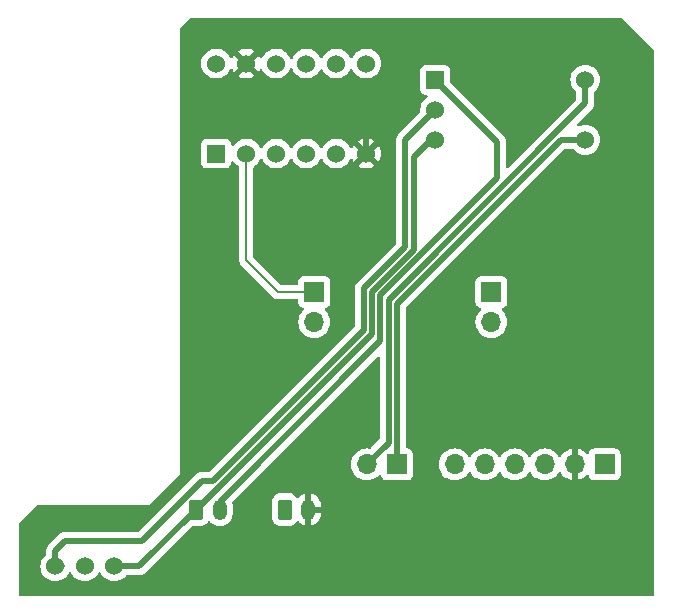
<source format=gbr>
%TF.GenerationSoftware,KiCad,Pcbnew,8.0.6*%
%TF.CreationDate,2024-12-12T22:55:36+09:00*%
%TF.ProjectId,basic_motor,62617369-635f-46d6-9f74-6f722e6b6963,rev?*%
%TF.SameCoordinates,Original*%
%TF.FileFunction,Copper,L2,Bot*%
%TF.FilePolarity,Positive*%
%FSLAX46Y46*%
G04 Gerber Fmt 4.6, Leading zero omitted, Abs format (unit mm)*
G04 Created by KiCad (PCBNEW 8.0.6) date 2024-12-12 22:55:36*
%MOMM*%
%LPD*%
G01*
G04 APERTURE LIST*
G04 Aperture macros list*
%AMRoundRect*
0 Rectangle with rounded corners*
0 $1 Rounding radius*
0 $2 $3 $4 $5 $6 $7 $8 $9 X,Y pos of 4 corners*
0 Add a 4 corners polygon primitive as box body*
4,1,4,$2,$3,$4,$5,$6,$7,$8,$9,$2,$3,0*
0 Add four circle primitives for the rounded corners*
1,1,$1+$1,$2,$3*
1,1,$1+$1,$4,$5*
1,1,$1+$1,$6,$7*
1,1,$1+$1,$8,$9*
0 Add four rect primitives between the rounded corners*
20,1,$1+$1,$2,$3,$4,$5,0*
20,1,$1+$1,$4,$5,$6,$7,0*
20,1,$1+$1,$6,$7,$8,$9,0*
20,1,$1+$1,$8,$9,$2,$3,0*%
G04 Aperture macros list end*
%TA.AperFunction,ComponentPad*%
%ADD10R,1.700000X1.700000*%
%TD*%
%TA.AperFunction,ComponentPad*%
%ADD11O,1.700000X1.700000*%
%TD*%
%TA.AperFunction,ComponentPad*%
%ADD12R,1.524000X1.524000*%
%TD*%
%TA.AperFunction,ComponentPad*%
%ADD13C,1.524000*%
%TD*%
%TA.AperFunction,ComponentPad*%
%ADD14RoundRect,0.250000X-0.350000X-0.625000X0.350000X-0.625000X0.350000X0.625000X-0.350000X0.625000X0*%
%TD*%
%TA.AperFunction,ComponentPad*%
%ADD15O,1.200000X1.750000*%
%TD*%
%TA.AperFunction,ViaPad*%
%ADD16C,0.500000*%
%TD*%
%TA.AperFunction,Conductor*%
%ADD17C,0.500000*%
%TD*%
%TA.AperFunction,Conductor*%
%ADD18C,0.200000*%
%TD*%
G04 APERTURE END LIST*
D10*
%TO.P,J3,1,Pin_1*%
%TO.N,/OUT_5v*%
X144500000Y-88325000D03*
D11*
%TO.P,J3,2,Pin_2*%
%TO.N,/OUT_GND*%
X141960000Y-88325000D03*
%TD*%
D12*
%TO.P,U2,1,VM*%
%TO.N,/BATE*%
X129200000Y-62000000D03*
D13*
%TO.P,U2,2,AOUT1*%
%TO.N,/AOUT1*%
X131740000Y-62000000D03*
%TO.P,U2,3,AOUT2*%
%TO.N,/AOUT2*%
X134280000Y-62000000D03*
%TO.P,U2,4,BOUT1*%
%TO.N,/BOUT1*%
X136820000Y-62000000D03*
%TO.P,U2,5,BOUT2*%
%TO.N,/BOUT2*%
X139360000Y-62000000D03*
%TO.P,U2,6,GND*%
%TO.N,/GND*%
X141900000Y-62000000D03*
%TO.P,U2,7,VCC*%
%TO.N,/3.3v*%
X129200000Y-54380000D03*
%TO.P,U2,8,MODE*%
%TO.N,/GND*%
X131740000Y-54380000D03*
%TO.P,U2,9,AIN1*%
%TO.N,/AIN1*%
X134260000Y-54380000D03*
%TO.P,U2,10,AIN2*%
%TO.N,/AIN2*%
X136830000Y-54380000D03*
%TO.P,U2,11,BIN1*%
%TO.N,/BIN1*%
X139360000Y-54380000D03*
%TO.P,U2,12,BIN2*%
%TO.N,/BIN2*%
X141890000Y-54380000D03*
%TD*%
D12*
%TO.P,U1,1,GND*%
%TO.N,/IN_GND*%
X147750000Y-55760000D03*
D13*
%TO.P,U1,2,EN*%
%TO.N,Net-(U1-EN)*%
X147750000Y-58300000D03*
%TO.P,U1,3,VIN*%
%TO.N,/IN_5v*%
X147750000Y-60840000D03*
%TO.P,U1,4,GND*%
%TO.N,/OUT_GND*%
X160450000Y-55760000D03*
%TO.P,U1,5,VOUT*%
%TO.N,/OUT_5v*%
X160450000Y-60840000D03*
%TD*%
D10*
%TO.P,J5,1,Pin_1*%
%TO.N,/AOUT1*%
X137500000Y-73725000D03*
D11*
%TO.P,J5,2,Pin_2*%
%TO.N,/AOUT2*%
X137500000Y-76265000D03*
%TD*%
D13*
%TO.P,SW1,1*%
%TO.N,Net-(U1-EN)*%
X115570000Y-96960000D03*
%TO.P,SW1,2*%
%TO.N,/IN_5v*%
X120560000Y-96960000D03*
%TO.P,SW1,3*%
%TO.N,N/C*%
X118060000Y-96960000D03*
%TD*%
D14*
%TO.P,J2,1,Pin_1*%
%TO.N,/IN_5v*%
X127500000Y-92150000D03*
D15*
%TO.P,J2,2,Pin_2*%
%TO.N,/IN_GND*%
X129500000Y-92150000D03*
%TD*%
D10*
%TO.P,J4,1,Pin_1*%
%TO.N,/3.3v*%
X162080000Y-88325000D03*
D11*
%TO.P,J4,2,Pin_2*%
%TO.N,/GND*%
X159540000Y-88325000D03*
%TO.P,J4,3,Pin_3*%
%TO.N,/AIN1*%
X157000000Y-88325000D03*
%TO.P,J4,4,Pin_4*%
%TO.N,/AIN2*%
X154460000Y-88325000D03*
%TO.P,J4,5,Pin_5*%
%TO.N,/BIN1*%
X151920000Y-88325000D03*
%TO.P,J4,6,Pin_6*%
%TO.N,/BIN2*%
X149380000Y-88325000D03*
%TD*%
D14*
%TO.P,J1,1,Pin_1*%
%TO.N,/BATE*%
X135000000Y-92150000D03*
D15*
%TO.P,J1,2,Pin_2*%
%TO.N,/GND*%
X137000000Y-92150000D03*
%TD*%
D10*
%TO.P,J6,1,Pin_1*%
%TO.N,/BOUT1*%
X152500000Y-73725000D03*
D11*
%TO.P,J6,2,Pin_2*%
%TO.N,/BOUT2*%
X152500000Y-76265000D03*
%TD*%
D16*
%TO.N,/GND*%
X132800000Y-66500000D03*
%TD*%
D17*
%TO.N,/GND*%
X140400000Y-55900000D02*
X133260000Y-55900000D01*
X141900000Y-57400000D02*
X140400000Y-55900000D01*
X133260000Y-55900000D02*
X131740000Y-54380000D01*
X141900000Y-62000000D02*
X141900000Y-57400000D01*
X134500000Y-64800000D02*
X139100000Y-64800000D01*
X139100000Y-64800000D02*
X141900000Y-62000000D01*
X132800000Y-66500000D02*
X134500000Y-64800000D01*
%TO.N,/IN_5v*%
X145910050Y-62289950D02*
X147360000Y-60840000D01*
X142400000Y-77250000D02*
X142400000Y-73710050D01*
X127500000Y-92150000D02*
X142400000Y-77250000D01*
X127500000Y-92150000D02*
X122690000Y-96960000D01*
X147360000Y-60840000D02*
X147750000Y-60840000D01*
X145910050Y-70199999D02*
X145910050Y-62289950D01*
X142400000Y-73710050D02*
X145910050Y-70199999D01*
X122690000Y-96960000D02*
X120560000Y-96960000D01*
%TO.N,/IN_GND*%
X129500000Y-92150000D02*
X129500000Y-91500000D01*
X143100000Y-77900000D02*
X143100000Y-74000000D01*
X129500000Y-91500000D02*
X143100000Y-77900000D01*
X153000000Y-64100000D02*
X153000000Y-61010000D01*
X143100000Y-74000000D02*
X153000000Y-64100000D01*
X153000000Y-61010000D02*
X147750000Y-55760000D01*
%TO.N,/OUT_5v*%
X144500000Y-74700000D02*
X144500000Y-88325000D01*
X160450000Y-60840000D02*
X158360000Y-60840000D01*
X158360000Y-60840000D02*
X144500000Y-74700000D01*
%TO.N,/OUT_GND*%
X160450000Y-57760050D02*
X160450000Y-55760000D01*
X143800000Y-74410050D02*
X160450000Y-57760050D01*
X141960000Y-88325000D02*
X143800000Y-86485000D01*
X143800000Y-86485000D02*
X143800000Y-74410050D01*
D18*
%TO.N,/AOUT1*%
X134425000Y-73725000D02*
X137500000Y-73725000D01*
X131740000Y-71040000D02*
X134425000Y-73725000D01*
X131740000Y-62000000D02*
X131740000Y-71040000D01*
D17*
%TO.N,Net-(U1-EN)*%
X127978122Y-89700000D02*
X128960050Y-89700000D01*
X128960050Y-89700000D02*
X141700000Y-76960050D01*
X145210050Y-60839950D02*
X147750000Y-58300000D01*
X115570000Y-96960000D02*
X116140000Y-96960000D01*
X145210050Y-69910050D02*
X145210050Y-60839950D01*
X122878122Y-94800000D02*
X127978122Y-89700000D01*
X141700000Y-73420100D02*
X145210050Y-69910050D01*
X115570000Y-95630000D02*
X116400000Y-94800000D01*
X115570000Y-96960000D02*
X115570000Y-95630000D01*
X116400000Y-94800000D02*
X122878122Y-94800000D01*
X141700000Y-76960050D02*
X141700000Y-73420100D01*
%TD*%
%TA.AperFunction,Conductor*%
%TO.N,/GND*%
G36*
X163516177Y-50520185D02*
G01*
X163536819Y-50536819D01*
X166263681Y-53263681D01*
X166297166Y-53325004D01*
X166300000Y-53351362D01*
X166300000Y-99375500D01*
X166280315Y-99442539D01*
X166227511Y-99488294D01*
X166176000Y-99499500D01*
X112624000Y-99499500D01*
X112556961Y-99479815D01*
X112511206Y-99427011D01*
X112500000Y-99375500D01*
X112500000Y-96960002D01*
X114302677Y-96960002D01*
X114321929Y-97180062D01*
X114321930Y-97180070D01*
X114379104Y-97393445D01*
X114379105Y-97393447D01*
X114379106Y-97393450D01*
X114432382Y-97507701D01*
X114472466Y-97593662D01*
X114472468Y-97593666D01*
X114599170Y-97774615D01*
X114599175Y-97774621D01*
X114755378Y-97930824D01*
X114755384Y-97930829D01*
X114936333Y-98057531D01*
X114936335Y-98057532D01*
X114936338Y-98057534D01*
X115136550Y-98150894D01*
X115349932Y-98208070D01*
X115507123Y-98221822D01*
X115569998Y-98227323D01*
X115570000Y-98227323D01*
X115570002Y-98227323D01*
X115625017Y-98222509D01*
X115790068Y-98208070D01*
X116003450Y-98150894D01*
X116203662Y-98057534D01*
X116384620Y-97930826D01*
X116540826Y-97774620D01*
X116667534Y-97593662D01*
X116702618Y-97518424D01*
X116748790Y-97465984D01*
X116815983Y-97446832D01*
X116882865Y-97467048D01*
X116927382Y-97518424D01*
X116962464Y-97593658D01*
X116962468Y-97593666D01*
X117089170Y-97774615D01*
X117089175Y-97774621D01*
X117245378Y-97930824D01*
X117245384Y-97930829D01*
X117426333Y-98057531D01*
X117426335Y-98057532D01*
X117426338Y-98057534D01*
X117626550Y-98150894D01*
X117839932Y-98208070D01*
X117997123Y-98221822D01*
X118059998Y-98227323D01*
X118060000Y-98227323D01*
X118060002Y-98227323D01*
X118115017Y-98222509D01*
X118280068Y-98208070D01*
X118493450Y-98150894D01*
X118693662Y-98057534D01*
X118874620Y-97930826D01*
X119030826Y-97774620D01*
X119157534Y-97593662D01*
X119197618Y-97507700D01*
X119243790Y-97455261D01*
X119310983Y-97436109D01*
X119377864Y-97456324D01*
X119422382Y-97507701D01*
X119462464Y-97593658D01*
X119462468Y-97593666D01*
X119589170Y-97774615D01*
X119589175Y-97774621D01*
X119745378Y-97930824D01*
X119745384Y-97930829D01*
X119926333Y-98057531D01*
X119926335Y-98057532D01*
X119926338Y-98057534D01*
X120126550Y-98150894D01*
X120339932Y-98208070D01*
X120497123Y-98221822D01*
X120559998Y-98227323D01*
X120560000Y-98227323D01*
X120560002Y-98227323D01*
X120615017Y-98222509D01*
X120780068Y-98208070D01*
X120993450Y-98150894D01*
X121193662Y-98057534D01*
X121374620Y-97930826D01*
X121530826Y-97774620D01*
X121531603Y-97773509D01*
X121538700Y-97763376D01*
X121593277Y-97719751D01*
X121640274Y-97710500D01*
X122763920Y-97710500D01*
X122861462Y-97691096D01*
X122908913Y-97681658D01*
X123045495Y-97625084D01*
X123094729Y-97592186D01*
X123168416Y-97542952D01*
X127149548Y-93561817D01*
X127210871Y-93528333D01*
X127237229Y-93525499D01*
X127900002Y-93525499D01*
X127900008Y-93525499D01*
X128002797Y-93514999D01*
X128169334Y-93459814D01*
X128318656Y-93367712D01*
X128442712Y-93243656D01*
X128482310Y-93179456D01*
X128534258Y-93132732D01*
X128603220Y-93121509D01*
X128667303Y-93149352D01*
X128675530Y-93156872D01*
X128783072Y-93264414D01*
X128923212Y-93366232D01*
X129077555Y-93444873D01*
X129242299Y-93498402D01*
X129413389Y-93525500D01*
X129413390Y-93525500D01*
X129586610Y-93525500D01*
X129586611Y-93525500D01*
X129757701Y-93498402D01*
X129922445Y-93444873D01*
X130076788Y-93366232D01*
X130216928Y-93264414D01*
X130339414Y-93141928D01*
X130441232Y-93001788D01*
X130519873Y-92847445D01*
X130527166Y-92825001D01*
X133899500Y-92825001D01*
X133899501Y-92825018D01*
X133910000Y-92927796D01*
X133910001Y-92927799D01*
X133965185Y-93094331D01*
X133965187Y-93094336D01*
X133988600Y-93132294D01*
X134057288Y-93243656D01*
X134181344Y-93367712D01*
X134330666Y-93459814D01*
X134497203Y-93514999D01*
X134599991Y-93525500D01*
X135400008Y-93525499D01*
X135400016Y-93525498D01*
X135400019Y-93525498D01*
X135456302Y-93519748D01*
X135502797Y-93514999D01*
X135669334Y-93459814D01*
X135818656Y-93367712D01*
X135942712Y-93243656D01*
X135982581Y-93179016D01*
X136034525Y-93132294D01*
X136103488Y-93121071D01*
X136167570Y-93148914D01*
X136175799Y-93156434D01*
X136283397Y-93264032D01*
X136423475Y-93365804D01*
X136577744Y-93444408D01*
X136742415Y-93497914D01*
X136742414Y-93497914D01*
X136749999Y-93499115D01*
X136750000Y-93499114D01*
X136750000Y-92430330D01*
X136769745Y-92450075D01*
X136855255Y-92499444D01*
X136950630Y-92525000D01*
X137049370Y-92525000D01*
X137144745Y-92499444D01*
X137230255Y-92450075D01*
X137250000Y-92430330D01*
X137250000Y-93499115D01*
X137257584Y-93497914D01*
X137422255Y-93444408D01*
X137576524Y-93365804D01*
X137716602Y-93264032D01*
X137839032Y-93141602D01*
X137940804Y-93001524D01*
X138019408Y-92847257D01*
X138072914Y-92682584D01*
X138100000Y-92511571D01*
X138100000Y-92400000D01*
X137280330Y-92400000D01*
X137300075Y-92380255D01*
X137349444Y-92294745D01*
X137375000Y-92199370D01*
X137375000Y-92100630D01*
X137349444Y-92005255D01*
X137300075Y-91919745D01*
X137280330Y-91900000D01*
X138100000Y-91900000D01*
X138100000Y-91788428D01*
X138072914Y-91617415D01*
X138019408Y-91452742D01*
X137940804Y-91298475D01*
X137839032Y-91158397D01*
X137716602Y-91035967D01*
X137576524Y-90934195D01*
X137422257Y-90855591D01*
X137257589Y-90802087D01*
X137257581Y-90802085D01*
X137250000Y-90800884D01*
X137250000Y-91869670D01*
X137230255Y-91849925D01*
X137144745Y-91800556D01*
X137049370Y-91775000D01*
X136950630Y-91775000D01*
X136855255Y-91800556D01*
X136769745Y-91849925D01*
X136750000Y-91869670D01*
X136750000Y-90800884D01*
X136749999Y-90800884D01*
X136742418Y-90802085D01*
X136742410Y-90802087D01*
X136577742Y-90855591D01*
X136423475Y-90934195D01*
X136283401Y-91035964D01*
X136175799Y-91143566D01*
X136114476Y-91177050D01*
X136044784Y-91172066D01*
X135988851Y-91130194D01*
X135982585Y-91120988D01*
X135942712Y-91056344D01*
X135818656Y-90932288D01*
X135669334Y-90840186D01*
X135502797Y-90785001D01*
X135502795Y-90785000D01*
X135400010Y-90774500D01*
X134599998Y-90774500D01*
X134599980Y-90774501D01*
X134497203Y-90785000D01*
X134497200Y-90785001D01*
X134330668Y-90840185D01*
X134330663Y-90840187D01*
X134181342Y-90932289D01*
X134057289Y-91056342D01*
X133965187Y-91205663D01*
X133965186Y-91205666D01*
X133910001Y-91372203D01*
X133910001Y-91372204D01*
X133910000Y-91372204D01*
X133899500Y-91474983D01*
X133899500Y-92825001D01*
X130527166Y-92825001D01*
X130573402Y-92682701D01*
X130600500Y-92511611D01*
X130600500Y-91788389D01*
X130573402Y-91617299D01*
X130565164Y-91591948D01*
X130563170Y-91522110D01*
X130595413Y-91465953D01*
X142837819Y-79223548D01*
X142899142Y-79190063D01*
X142968834Y-79195047D01*
X143024767Y-79236919D01*
X143049184Y-79302383D01*
X143049500Y-79311229D01*
X143049500Y-86122769D01*
X143029815Y-86189808D01*
X143013181Y-86210450D01*
X142271500Y-86952130D01*
X142210177Y-86985615D01*
X142173012Y-86987977D01*
X141960002Y-86969341D01*
X141959999Y-86969341D01*
X141724596Y-86989936D01*
X141724586Y-86989938D01*
X141496344Y-87051094D01*
X141496335Y-87051098D01*
X141282171Y-87150964D01*
X141282169Y-87150965D01*
X141088597Y-87286505D01*
X140921505Y-87453597D01*
X140785965Y-87647169D01*
X140785964Y-87647171D01*
X140686098Y-87861335D01*
X140686094Y-87861344D01*
X140624938Y-88089586D01*
X140624936Y-88089596D01*
X140604341Y-88324999D01*
X140604341Y-88325000D01*
X140624936Y-88560403D01*
X140624938Y-88560413D01*
X140686094Y-88788655D01*
X140686096Y-88788659D01*
X140686097Y-88788663D01*
X140780500Y-88991110D01*
X140785965Y-89002830D01*
X140785967Y-89002834D01*
X140865941Y-89117048D01*
X140921505Y-89196401D01*
X141088599Y-89363495D01*
X141185384Y-89431265D01*
X141282165Y-89499032D01*
X141282167Y-89499033D01*
X141282170Y-89499035D01*
X141496337Y-89598903D01*
X141724592Y-89660063D01*
X141901034Y-89675500D01*
X141959999Y-89680659D01*
X141960000Y-89680659D01*
X141960001Y-89680659D01*
X142018966Y-89675500D01*
X142195408Y-89660063D01*
X142423663Y-89598903D01*
X142637830Y-89499035D01*
X142831401Y-89363495D01*
X142953329Y-89241566D01*
X143014648Y-89208084D01*
X143084340Y-89213068D01*
X143140274Y-89254939D01*
X143157189Y-89285917D01*
X143206202Y-89417328D01*
X143206206Y-89417335D01*
X143292452Y-89532544D01*
X143292455Y-89532547D01*
X143407664Y-89618793D01*
X143407671Y-89618797D01*
X143542517Y-89669091D01*
X143542516Y-89669091D01*
X143549444Y-89669835D01*
X143602127Y-89675500D01*
X145397872Y-89675499D01*
X145457483Y-89669091D01*
X145592331Y-89618796D01*
X145707546Y-89532546D01*
X145793796Y-89417331D01*
X145844091Y-89282483D01*
X145850500Y-89222873D01*
X145850499Y-88325000D01*
X148024341Y-88325000D01*
X148044936Y-88560403D01*
X148044938Y-88560413D01*
X148106094Y-88788655D01*
X148106096Y-88788659D01*
X148106097Y-88788663D01*
X148200500Y-88991110D01*
X148205965Y-89002830D01*
X148205967Y-89002834D01*
X148285941Y-89117048D01*
X148341505Y-89196401D01*
X148508599Y-89363495D01*
X148605384Y-89431265D01*
X148702165Y-89499032D01*
X148702167Y-89499033D01*
X148702170Y-89499035D01*
X148916337Y-89598903D01*
X149144592Y-89660063D01*
X149321034Y-89675500D01*
X149379999Y-89680659D01*
X149380000Y-89680659D01*
X149380001Y-89680659D01*
X149438966Y-89675500D01*
X149615408Y-89660063D01*
X149843663Y-89598903D01*
X150057830Y-89499035D01*
X150251401Y-89363495D01*
X150418495Y-89196401D01*
X150548425Y-89010842D01*
X150603002Y-88967217D01*
X150672500Y-88960023D01*
X150734855Y-88991546D01*
X150751575Y-89010842D01*
X150881500Y-89196395D01*
X150881505Y-89196401D01*
X151048599Y-89363495D01*
X151145384Y-89431265D01*
X151242165Y-89499032D01*
X151242167Y-89499033D01*
X151242170Y-89499035D01*
X151456337Y-89598903D01*
X151684592Y-89660063D01*
X151861034Y-89675500D01*
X151919999Y-89680659D01*
X151920000Y-89680659D01*
X151920001Y-89680659D01*
X151978966Y-89675500D01*
X152155408Y-89660063D01*
X152383663Y-89598903D01*
X152597830Y-89499035D01*
X152791401Y-89363495D01*
X152958495Y-89196401D01*
X153088425Y-89010842D01*
X153143002Y-88967217D01*
X153212500Y-88960023D01*
X153274855Y-88991546D01*
X153291575Y-89010842D01*
X153421500Y-89196395D01*
X153421505Y-89196401D01*
X153588599Y-89363495D01*
X153685384Y-89431265D01*
X153782165Y-89499032D01*
X153782167Y-89499033D01*
X153782170Y-89499035D01*
X153996337Y-89598903D01*
X154224592Y-89660063D01*
X154401034Y-89675500D01*
X154459999Y-89680659D01*
X154460000Y-89680659D01*
X154460001Y-89680659D01*
X154518966Y-89675500D01*
X154695408Y-89660063D01*
X154923663Y-89598903D01*
X155137830Y-89499035D01*
X155331401Y-89363495D01*
X155498495Y-89196401D01*
X155628425Y-89010842D01*
X155683002Y-88967217D01*
X155752500Y-88960023D01*
X155814855Y-88991546D01*
X155831575Y-89010842D01*
X155961500Y-89196395D01*
X155961505Y-89196401D01*
X156128599Y-89363495D01*
X156225384Y-89431265D01*
X156322165Y-89499032D01*
X156322167Y-89499033D01*
X156322170Y-89499035D01*
X156536337Y-89598903D01*
X156764592Y-89660063D01*
X156941034Y-89675500D01*
X156999999Y-89680659D01*
X157000000Y-89680659D01*
X157000001Y-89680659D01*
X157058966Y-89675500D01*
X157235408Y-89660063D01*
X157463663Y-89598903D01*
X157677830Y-89499035D01*
X157871401Y-89363495D01*
X158038495Y-89196401D01*
X158168730Y-89010405D01*
X158223307Y-88966781D01*
X158292805Y-88959587D01*
X158355160Y-88991110D01*
X158371879Y-89010405D01*
X158501890Y-89196078D01*
X158668917Y-89363105D01*
X158862421Y-89498600D01*
X159076507Y-89598429D01*
X159076516Y-89598433D01*
X159290000Y-89655634D01*
X159290000Y-88758012D01*
X159347007Y-88790925D01*
X159474174Y-88825000D01*
X159605826Y-88825000D01*
X159732993Y-88790925D01*
X159790000Y-88758012D01*
X159790000Y-89655633D01*
X160003483Y-89598433D01*
X160003492Y-89598429D01*
X160217578Y-89498600D01*
X160411078Y-89363108D01*
X160533133Y-89241053D01*
X160594456Y-89207568D01*
X160664148Y-89212552D01*
X160720082Y-89254423D01*
X160736997Y-89285401D01*
X160786202Y-89417328D01*
X160786206Y-89417335D01*
X160872452Y-89532544D01*
X160872455Y-89532547D01*
X160987664Y-89618793D01*
X160987671Y-89618797D01*
X161122517Y-89669091D01*
X161122516Y-89669091D01*
X161129444Y-89669835D01*
X161182127Y-89675500D01*
X162977872Y-89675499D01*
X163037483Y-89669091D01*
X163172331Y-89618796D01*
X163287546Y-89532546D01*
X163373796Y-89417331D01*
X163424091Y-89282483D01*
X163430500Y-89222873D01*
X163430499Y-87427128D01*
X163424091Y-87367517D01*
X163423002Y-87364598D01*
X163373797Y-87232671D01*
X163373793Y-87232664D01*
X163287547Y-87117455D01*
X163287544Y-87117452D01*
X163172335Y-87031206D01*
X163172328Y-87031202D01*
X163037482Y-86980908D01*
X163037483Y-86980908D01*
X162977883Y-86974501D01*
X162977881Y-86974500D01*
X162977873Y-86974500D01*
X162977864Y-86974500D01*
X161182129Y-86974500D01*
X161182123Y-86974501D01*
X161122516Y-86980908D01*
X160987671Y-87031202D01*
X160987664Y-87031206D01*
X160872455Y-87117452D01*
X160872452Y-87117455D01*
X160786206Y-87232664D01*
X160786202Y-87232671D01*
X160736997Y-87364598D01*
X160695126Y-87420532D01*
X160629661Y-87444949D01*
X160561388Y-87430097D01*
X160533134Y-87408946D01*
X160411082Y-87286894D01*
X160217578Y-87151399D01*
X160003492Y-87051570D01*
X160003486Y-87051567D01*
X159790000Y-86994364D01*
X159790000Y-87891988D01*
X159732993Y-87859075D01*
X159605826Y-87825000D01*
X159474174Y-87825000D01*
X159347007Y-87859075D01*
X159290000Y-87891988D01*
X159290000Y-86994364D01*
X159289999Y-86994364D01*
X159076513Y-87051567D01*
X159076507Y-87051570D01*
X158862422Y-87151399D01*
X158862420Y-87151400D01*
X158668926Y-87286886D01*
X158668920Y-87286891D01*
X158501891Y-87453920D01*
X158501890Y-87453922D01*
X158371880Y-87639595D01*
X158317303Y-87683219D01*
X158247804Y-87690412D01*
X158185450Y-87658890D01*
X158168730Y-87639594D01*
X158038494Y-87453597D01*
X157871402Y-87286506D01*
X157871395Y-87286501D01*
X157677834Y-87150967D01*
X157677830Y-87150965D01*
X157677828Y-87150964D01*
X157463663Y-87051097D01*
X157463659Y-87051096D01*
X157463655Y-87051094D01*
X157235413Y-86989938D01*
X157235403Y-86989936D01*
X157000001Y-86969341D01*
X156999999Y-86969341D01*
X156764596Y-86989936D01*
X156764586Y-86989938D01*
X156536344Y-87051094D01*
X156536335Y-87051098D01*
X156322171Y-87150964D01*
X156322169Y-87150965D01*
X156128597Y-87286505D01*
X155961505Y-87453597D01*
X155831575Y-87639158D01*
X155776998Y-87682783D01*
X155707500Y-87689977D01*
X155645145Y-87658454D01*
X155628425Y-87639158D01*
X155498494Y-87453597D01*
X155331402Y-87286506D01*
X155331395Y-87286501D01*
X155137834Y-87150967D01*
X155137830Y-87150965D01*
X155137828Y-87150964D01*
X154923663Y-87051097D01*
X154923659Y-87051096D01*
X154923655Y-87051094D01*
X154695413Y-86989938D01*
X154695403Y-86989936D01*
X154460001Y-86969341D01*
X154459999Y-86969341D01*
X154224596Y-86989936D01*
X154224586Y-86989938D01*
X153996344Y-87051094D01*
X153996335Y-87051098D01*
X153782171Y-87150964D01*
X153782169Y-87150965D01*
X153588597Y-87286505D01*
X153421505Y-87453597D01*
X153291575Y-87639158D01*
X153236998Y-87682783D01*
X153167500Y-87689977D01*
X153105145Y-87658454D01*
X153088425Y-87639158D01*
X152958494Y-87453597D01*
X152791402Y-87286506D01*
X152791395Y-87286501D01*
X152597834Y-87150967D01*
X152597830Y-87150965D01*
X152597828Y-87150964D01*
X152383663Y-87051097D01*
X152383659Y-87051096D01*
X152383655Y-87051094D01*
X152155413Y-86989938D01*
X152155403Y-86989936D01*
X151920001Y-86969341D01*
X151919999Y-86969341D01*
X151684596Y-86989936D01*
X151684586Y-86989938D01*
X151456344Y-87051094D01*
X151456335Y-87051098D01*
X151242171Y-87150964D01*
X151242169Y-87150965D01*
X151048597Y-87286505D01*
X150881505Y-87453597D01*
X150751575Y-87639158D01*
X150696998Y-87682783D01*
X150627500Y-87689977D01*
X150565145Y-87658454D01*
X150548425Y-87639158D01*
X150418494Y-87453597D01*
X150251402Y-87286506D01*
X150251395Y-87286501D01*
X150057834Y-87150967D01*
X150057830Y-87150965D01*
X150057828Y-87150964D01*
X149843663Y-87051097D01*
X149843659Y-87051096D01*
X149843655Y-87051094D01*
X149615413Y-86989938D01*
X149615403Y-86989936D01*
X149380001Y-86969341D01*
X149379999Y-86969341D01*
X149144596Y-86989936D01*
X149144586Y-86989938D01*
X148916344Y-87051094D01*
X148916335Y-87051098D01*
X148702171Y-87150964D01*
X148702169Y-87150965D01*
X148508597Y-87286505D01*
X148341505Y-87453597D01*
X148205965Y-87647169D01*
X148205964Y-87647171D01*
X148106098Y-87861335D01*
X148106094Y-87861344D01*
X148044938Y-88089586D01*
X148044936Y-88089596D01*
X148024341Y-88324999D01*
X148024341Y-88325000D01*
X145850499Y-88325000D01*
X145850499Y-87427128D01*
X145844091Y-87367517D01*
X145843002Y-87364598D01*
X145793797Y-87232671D01*
X145793793Y-87232664D01*
X145707547Y-87117455D01*
X145707544Y-87117452D01*
X145592335Y-87031206D01*
X145592328Y-87031202D01*
X145457482Y-86980908D01*
X145457483Y-86980908D01*
X145397883Y-86974501D01*
X145397881Y-86974500D01*
X145397873Y-86974500D01*
X145397865Y-86974500D01*
X145374500Y-86974500D01*
X145307461Y-86954815D01*
X145261706Y-86902011D01*
X145250500Y-86850500D01*
X145250500Y-76265000D01*
X151144341Y-76265000D01*
X151164936Y-76500403D01*
X151164938Y-76500413D01*
X151226094Y-76728655D01*
X151226096Y-76728659D01*
X151226097Y-76728663D01*
X151325965Y-76942830D01*
X151325967Y-76942834D01*
X151434281Y-77097521D01*
X151461505Y-77136401D01*
X151628599Y-77303495D01*
X151725384Y-77371265D01*
X151822165Y-77439032D01*
X151822167Y-77439033D01*
X151822170Y-77439035D01*
X152036337Y-77538903D01*
X152264592Y-77600063D01*
X152452918Y-77616539D01*
X152499999Y-77620659D01*
X152500000Y-77620659D01*
X152500001Y-77620659D01*
X152539234Y-77617226D01*
X152735408Y-77600063D01*
X152963663Y-77538903D01*
X153177830Y-77439035D01*
X153371401Y-77303495D01*
X153538495Y-77136401D01*
X153674035Y-76942830D01*
X153773903Y-76728663D01*
X153835063Y-76500408D01*
X153855659Y-76265000D01*
X153835063Y-76029592D01*
X153773903Y-75801337D01*
X153674035Y-75587171D01*
X153538495Y-75393599D01*
X153416567Y-75271671D01*
X153383084Y-75210351D01*
X153388068Y-75140659D01*
X153429939Y-75084725D01*
X153460915Y-75067810D01*
X153592331Y-75018796D01*
X153707546Y-74932546D01*
X153793796Y-74817331D01*
X153844091Y-74682483D01*
X153850500Y-74622873D01*
X153850499Y-72827128D01*
X153844091Y-72767517D01*
X153793796Y-72632669D01*
X153793795Y-72632668D01*
X153793793Y-72632664D01*
X153707547Y-72517455D01*
X153707544Y-72517452D01*
X153592335Y-72431206D01*
X153592328Y-72431202D01*
X153457482Y-72380908D01*
X153457483Y-72380908D01*
X153397883Y-72374501D01*
X153397881Y-72374500D01*
X153397873Y-72374500D01*
X153397864Y-72374500D01*
X151602129Y-72374500D01*
X151602123Y-72374501D01*
X151542516Y-72380908D01*
X151407671Y-72431202D01*
X151407664Y-72431206D01*
X151292455Y-72517452D01*
X151292452Y-72517455D01*
X151206206Y-72632664D01*
X151206202Y-72632671D01*
X151155908Y-72767517D01*
X151149501Y-72827116D01*
X151149501Y-72827123D01*
X151149500Y-72827135D01*
X151149500Y-74622870D01*
X151149501Y-74622876D01*
X151155908Y-74682483D01*
X151206202Y-74817328D01*
X151206206Y-74817335D01*
X151292452Y-74932544D01*
X151292455Y-74932547D01*
X151407664Y-75018793D01*
X151407671Y-75018797D01*
X151539081Y-75067810D01*
X151595015Y-75109681D01*
X151619432Y-75175145D01*
X151604580Y-75243418D01*
X151583430Y-75271673D01*
X151461503Y-75393600D01*
X151325965Y-75587169D01*
X151325964Y-75587171D01*
X151226098Y-75801335D01*
X151226094Y-75801344D01*
X151164938Y-76029586D01*
X151164936Y-76029596D01*
X151144341Y-76264999D01*
X151144341Y-76265000D01*
X145250500Y-76265000D01*
X145250500Y-75062230D01*
X145270185Y-74995191D01*
X145286819Y-74974549D01*
X158634549Y-61626819D01*
X158695872Y-61593334D01*
X158722230Y-61590500D01*
X159369726Y-61590500D01*
X159436765Y-61610185D01*
X159471300Y-61643376D01*
X159479171Y-61654617D01*
X159479173Y-61654619D01*
X159479174Y-61654620D01*
X159635380Y-61810826D01*
X159635383Y-61810828D01*
X159635384Y-61810829D01*
X159816333Y-61937531D01*
X159816335Y-61937532D01*
X159816338Y-61937534D01*
X160016550Y-62030894D01*
X160229932Y-62088070D01*
X160387123Y-62101822D01*
X160449998Y-62107323D01*
X160450000Y-62107323D01*
X160450002Y-62107323D01*
X160505017Y-62102509D01*
X160670068Y-62088070D01*
X160883450Y-62030894D01*
X161083662Y-61937534D01*
X161264620Y-61810826D01*
X161420826Y-61654620D01*
X161547534Y-61473662D01*
X161640894Y-61273450D01*
X161698070Y-61060068D01*
X161717323Y-60840000D01*
X161713316Y-60794204D01*
X161707934Y-60732677D01*
X161698070Y-60619932D01*
X161640894Y-60406550D01*
X161547534Y-60206339D01*
X161420826Y-60025380D01*
X161264620Y-59869174D01*
X161264616Y-59869171D01*
X161264615Y-59869170D01*
X161083666Y-59742468D01*
X161083662Y-59742466D01*
X161007300Y-59706858D01*
X160883450Y-59649106D01*
X160883447Y-59649105D01*
X160883445Y-59649104D01*
X160670070Y-59591930D01*
X160670062Y-59591929D01*
X160450002Y-59572677D01*
X160449998Y-59572677D01*
X160229937Y-59591929D01*
X160229929Y-59591930D01*
X160016554Y-59649104D01*
X160016543Y-59649108D01*
X159915199Y-59696366D01*
X159846122Y-59706858D01*
X159782338Y-59678338D01*
X159744099Y-59619861D01*
X159743545Y-59549994D01*
X159775112Y-59496305D01*
X161032952Y-58238466D01*
X161082186Y-58164779D01*
X161115084Y-58115545D01*
X161171658Y-57978963D01*
X161194019Y-57866550D01*
X161200500Y-57833970D01*
X161200500Y-56840273D01*
X161220185Y-56773234D01*
X161253380Y-56738696D01*
X161264620Y-56730826D01*
X161420826Y-56574620D01*
X161547534Y-56393662D01*
X161640894Y-56193450D01*
X161698070Y-55980068D01*
X161717323Y-55760000D01*
X161698070Y-55539932D01*
X161640894Y-55326550D01*
X161547534Y-55126339D01*
X161468637Y-55013662D01*
X161420827Y-54945381D01*
X161359665Y-54884219D01*
X161264620Y-54789174D01*
X161264616Y-54789171D01*
X161264615Y-54789170D01*
X161083666Y-54662468D01*
X161083662Y-54662466D01*
X161036457Y-54640454D01*
X160883450Y-54569106D01*
X160883447Y-54569105D01*
X160883445Y-54569104D01*
X160670070Y-54511930D01*
X160670062Y-54511929D01*
X160450002Y-54492677D01*
X160449998Y-54492677D01*
X160229937Y-54511929D01*
X160229929Y-54511930D01*
X160016554Y-54569104D01*
X160016548Y-54569107D01*
X159816340Y-54662465D01*
X159816338Y-54662466D01*
X159635377Y-54789175D01*
X159479175Y-54945377D01*
X159352466Y-55126338D01*
X159352465Y-55126340D01*
X159259107Y-55326548D01*
X159259104Y-55326554D01*
X159201930Y-55539929D01*
X159201929Y-55539937D01*
X159182677Y-55759997D01*
X159182677Y-55760002D01*
X159201929Y-55980062D01*
X159201930Y-55980070D01*
X159259104Y-56193445D01*
X159259105Y-56193447D01*
X159259106Y-56193450D01*
X159352466Y-56393662D01*
X159352468Y-56393666D01*
X159475848Y-56569870D01*
X159479174Y-56574620D01*
X159635380Y-56730826D01*
X159646620Y-56738696D01*
X159690247Y-56793271D01*
X159699500Y-56840273D01*
X159699500Y-57397820D01*
X159679815Y-57464859D01*
X159663181Y-57485501D01*
X153962181Y-63186501D01*
X153900858Y-63219986D01*
X153831166Y-63215002D01*
X153775233Y-63173130D01*
X153750816Y-63107666D01*
X153750500Y-63098820D01*
X153750500Y-60936079D01*
X153721659Y-60791092D01*
X153721658Y-60791091D01*
X153721658Y-60791087D01*
X153686304Y-60705735D01*
X153665087Y-60654511D01*
X153665080Y-60654498D01*
X153582952Y-60531585D01*
X153535822Y-60484455D01*
X153478416Y-60427049D01*
X149048818Y-55997450D01*
X149015333Y-55936127D01*
X149012499Y-55909769D01*
X149012499Y-54950129D01*
X149012498Y-54950123D01*
X149012497Y-54950116D01*
X149006091Y-54890517D01*
X148988800Y-54844158D01*
X148955797Y-54755671D01*
X148955793Y-54755664D01*
X148869547Y-54640455D01*
X148869544Y-54640452D01*
X148754335Y-54554206D01*
X148754328Y-54554202D01*
X148619482Y-54503908D01*
X148619483Y-54503908D01*
X148559883Y-54497501D01*
X148559881Y-54497500D01*
X148559873Y-54497500D01*
X148559864Y-54497500D01*
X146940129Y-54497500D01*
X146940123Y-54497501D01*
X146880516Y-54503908D01*
X146745671Y-54554202D01*
X146745664Y-54554206D01*
X146630455Y-54640452D01*
X146630452Y-54640455D01*
X146544206Y-54755664D01*
X146544202Y-54755671D01*
X146493908Y-54890517D01*
X146488010Y-54945380D01*
X146487501Y-54950123D01*
X146487500Y-54950135D01*
X146487500Y-56569870D01*
X146487501Y-56569876D01*
X146493908Y-56629483D01*
X146544202Y-56764328D01*
X146544206Y-56764335D01*
X146630452Y-56879544D01*
X146630455Y-56879547D01*
X146745664Y-56965793D01*
X146745671Y-56965797D01*
X146880517Y-57016091D01*
X146880516Y-57016091D01*
X146887444Y-57016835D01*
X146940127Y-57022500D01*
X146980079Y-57022499D01*
X147047116Y-57042182D01*
X147092872Y-57094985D01*
X147102817Y-57164143D01*
X147073794Y-57227700D01*
X147051203Y-57248074D01*
X146935375Y-57329177D01*
X146779175Y-57485377D01*
X146652466Y-57666338D01*
X146652465Y-57666340D01*
X146559107Y-57866548D01*
X146559104Y-57866554D01*
X146501930Y-58079929D01*
X146501929Y-58079937D01*
X146482677Y-58299997D01*
X146482677Y-58300002D01*
X146494205Y-58431785D01*
X146480438Y-58500285D01*
X146458358Y-58530272D01*
X144627100Y-60361531D01*
X144627097Y-60361534D01*
X144597019Y-60406549D01*
X144597020Y-60406550D01*
X144544963Y-60484458D01*
X144488393Y-60621032D01*
X144488390Y-60621042D01*
X144459550Y-60766029D01*
X144459550Y-69547819D01*
X144439865Y-69614858D01*
X144423231Y-69635500D01*
X141117050Y-72941680D01*
X141117044Y-72941688D01*
X141067812Y-73015368D01*
X141067813Y-73015369D01*
X141034921Y-73064596D01*
X141034914Y-73064608D01*
X140978342Y-73201186D01*
X140978340Y-73201192D01*
X140949500Y-73346179D01*
X140949500Y-76597820D01*
X140929815Y-76664859D01*
X140913181Y-76685501D01*
X128685501Y-88913181D01*
X128624178Y-88946666D01*
X128597820Y-88949500D01*
X127904202Y-88949500D01*
X127759214Y-88978340D01*
X127759204Y-88978343D01*
X127622633Y-89034912D01*
X127622620Y-89034919D01*
X127499706Y-89117048D01*
X127499702Y-89117051D01*
X122603573Y-94013181D01*
X122542250Y-94046666D01*
X122515892Y-94049500D01*
X116326080Y-94049500D01*
X116181092Y-94078340D01*
X116181082Y-94078343D01*
X116044511Y-94134912D01*
X116044498Y-94134919D01*
X115921584Y-94217048D01*
X115921580Y-94217051D01*
X114987050Y-95151580D01*
X114987044Y-95151588D01*
X114937812Y-95225268D01*
X114937813Y-95225269D01*
X114904921Y-95274496D01*
X114904914Y-95274508D01*
X114848342Y-95411086D01*
X114848340Y-95411092D01*
X114819500Y-95556079D01*
X114819500Y-95879726D01*
X114799815Y-95946765D01*
X114766625Y-95981299D01*
X114755389Y-95989166D01*
X114755382Y-95989172D01*
X114599172Y-96145381D01*
X114472466Y-96326338D01*
X114472465Y-96326340D01*
X114379107Y-96526548D01*
X114379104Y-96526554D01*
X114321930Y-96739929D01*
X114321929Y-96739937D01*
X114302677Y-96959997D01*
X114302677Y-96960002D01*
X112500000Y-96960002D01*
X112500000Y-93351362D01*
X112519685Y-93284323D01*
X112536319Y-93263681D01*
X113963681Y-91836319D01*
X114025004Y-91802834D01*
X114051362Y-91800000D01*
X123500000Y-91800000D01*
X126100000Y-89200000D01*
X126100000Y-62809870D01*
X127937500Y-62809870D01*
X127937501Y-62809876D01*
X127943908Y-62869483D01*
X127994202Y-63004328D01*
X127994206Y-63004335D01*
X128080452Y-63119544D01*
X128080455Y-63119547D01*
X128195664Y-63205793D01*
X128195671Y-63205797D01*
X128330517Y-63256091D01*
X128330516Y-63256091D01*
X128337444Y-63256835D01*
X128390127Y-63262500D01*
X130009872Y-63262499D01*
X130069483Y-63256091D01*
X130204331Y-63205796D01*
X130319546Y-63119546D01*
X130405796Y-63004331D01*
X130456091Y-62869483D01*
X130462500Y-62809873D01*
X130462499Y-62769920D01*
X130482182Y-62702884D01*
X130534985Y-62657128D01*
X130604143Y-62647183D01*
X130667700Y-62676206D01*
X130688073Y-62698796D01*
X130769174Y-62814620D01*
X130925380Y-62970826D01*
X131086623Y-63083729D01*
X131130248Y-63138306D01*
X131139500Y-63185304D01*
X131139500Y-70953330D01*
X131139499Y-70953348D01*
X131139499Y-71119054D01*
X131139498Y-71119054D01*
X131180423Y-71271785D01*
X131209358Y-71321900D01*
X131209359Y-71321904D01*
X131209360Y-71321904D01*
X131259479Y-71408714D01*
X131259481Y-71408717D01*
X131378349Y-71527585D01*
X131378355Y-71527590D01*
X133940139Y-74089374D01*
X133940149Y-74089385D01*
X133944479Y-74093715D01*
X133944480Y-74093716D01*
X134056284Y-74205520D01*
X134056286Y-74205521D01*
X134056290Y-74205524D01*
X134193209Y-74284573D01*
X134193216Y-74284577D01*
X134305019Y-74314534D01*
X134345942Y-74325500D01*
X134345943Y-74325500D01*
X136025501Y-74325500D01*
X136092540Y-74345185D01*
X136138295Y-74397989D01*
X136149501Y-74449500D01*
X136149501Y-74622876D01*
X136155908Y-74682483D01*
X136206202Y-74817328D01*
X136206206Y-74817335D01*
X136292452Y-74932544D01*
X136292455Y-74932547D01*
X136407664Y-75018793D01*
X136407671Y-75018797D01*
X136539081Y-75067810D01*
X136595015Y-75109681D01*
X136619432Y-75175145D01*
X136604580Y-75243418D01*
X136583430Y-75271673D01*
X136461503Y-75393600D01*
X136325965Y-75587169D01*
X136325964Y-75587171D01*
X136226098Y-75801335D01*
X136226094Y-75801344D01*
X136164938Y-76029586D01*
X136164936Y-76029596D01*
X136144341Y-76264999D01*
X136144341Y-76265000D01*
X136164936Y-76500403D01*
X136164938Y-76500413D01*
X136226094Y-76728655D01*
X136226096Y-76728659D01*
X136226097Y-76728663D01*
X136325965Y-76942830D01*
X136325967Y-76942834D01*
X136434281Y-77097521D01*
X136461505Y-77136401D01*
X136628599Y-77303495D01*
X136725384Y-77371265D01*
X136822165Y-77439032D01*
X136822167Y-77439033D01*
X136822170Y-77439035D01*
X137036337Y-77538903D01*
X137264592Y-77600063D01*
X137452918Y-77616539D01*
X137499999Y-77620659D01*
X137500000Y-77620659D01*
X137500001Y-77620659D01*
X137539234Y-77617226D01*
X137735408Y-77600063D01*
X137963663Y-77538903D01*
X138177830Y-77439035D01*
X138371401Y-77303495D01*
X138538495Y-77136401D01*
X138674035Y-76942830D01*
X138773903Y-76728663D01*
X138835063Y-76500408D01*
X138855659Y-76265000D01*
X138835063Y-76029592D01*
X138773903Y-75801337D01*
X138674035Y-75587171D01*
X138538495Y-75393599D01*
X138416567Y-75271671D01*
X138383084Y-75210351D01*
X138388068Y-75140659D01*
X138429939Y-75084725D01*
X138460915Y-75067810D01*
X138592331Y-75018796D01*
X138707546Y-74932546D01*
X138793796Y-74817331D01*
X138844091Y-74682483D01*
X138850500Y-74622873D01*
X138850499Y-72827128D01*
X138844091Y-72767517D01*
X138793796Y-72632669D01*
X138793795Y-72632668D01*
X138793793Y-72632664D01*
X138707547Y-72517455D01*
X138707544Y-72517452D01*
X138592335Y-72431206D01*
X138592328Y-72431202D01*
X138457482Y-72380908D01*
X138457483Y-72380908D01*
X138397883Y-72374501D01*
X138397881Y-72374500D01*
X138397873Y-72374500D01*
X138397864Y-72374500D01*
X136602129Y-72374500D01*
X136602123Y-72374501D01*
X136542516Y-72380908D01*
X136407671Y-72431202D01*
X136407664Y-72431206D01*
X136292455Y-72517452D01*
X136292452Y-72517455D01*
X136206206Y-72632664D01*
X136206202Y-72632671D01*
X136155908Y-72767517D01*
X136149501Y-72827116D01*
X136149501Y-72827123D01*
X136149500Y-72827135D01*
X136149500Y-73000500D01*
X136129815Y-73067539D01*
X136077011Y-73113294D01*
X136025500Y-73124500D01*
X134725097Y-73124500D01*
X134658058Y-73104815D01*
X134637416Y-73088181D01*
X132376819Y-70827584D01*
X132343334Y-70766261D01*
X132340500Y-70739903D01*
X132340500Y-63185304D01*
X132360185Y-63118265D01*
X132393375Y-63083730D01*
X132554620Y-62970826D01*
X132710826Y-62814620D01*
X132837534Y-62633662D01*
X132897618Y-62504811D01*
X132943790Y-62452371D01*
X133010983Y-62433219D01*
X133077865Y-62453435D01*
X133122382Y-62504811D01*
X133182464Y-62633658D01*
X133182468Y-62633666D01*
X133309170Y-62814615D01*
X133309175Y-62814621D01*
X133465378Y-62970824D01*
X133465384Y-62970829D01*
X133646333Y-63097531D01*
X133646335Y-63097532D01*
X133646338Y-63097534D01*
X133846550Y-63190894D01*
X134059932Y-63248070D01*
X134217123Y-63261822D01*
X134279998Y-63267323D01*
X134280000Y-63267323D01*
X134280002Y-63267323D01*
X134335151Y-63262498D01*
X134500068Y-63248070D01*
X134713450Y-63190894D01*
X134913662Y-63097534D01*
X135094620Y-62970826D01*
X135250826Y-62814620D01*
X135377534Y-62633662D01*
X135437618Y-62504811D01*
X135483790Y-62452371D01*
X135550983Y-62433219D01*
X135617865Y-62453435D01*
X135662382Y-62504811D01*
X135722464Y-62633658D01*
X135722468Y-62633666D01*
X135849170Y-62814615D01*
X135849175Y-62814621D01*
X136005378Y-62970824D01*
X136005384Y-62970829D01*
X136186333Y-63097531D01*
X136186335Y-63097532D01*
X136186338Y-63097534D01*
X136386550Y-63190894D01*
X136599932Y-63248070D01*
X136757123Y-63261822D01*
X136819998Y-63267323D01*
X136820000Y-63267323D01*
X136820002Y-63267323D01*
X136875151Y-63262498D01*
X137040068Y-63248070D01*
X137253450Y-63190894D01*
X137453662Y-63097534D01*
X137634620Y-62970826D01*
X137790826Y-62814620D01*
X137917534Y-62633662D01*
X137977618Y-62504811D01*
X138023790Y-62452371D01*
X138090983Y-62433219D01*
X138157865Y-62453435D01*
X138202382Y-62504811D01*
X138262464Y-62633658D01*
X138262468Y-62633666D01*
X138389170Y-62814615D01*
X138389175Y-62814621D01*
X138545378Y-62970824D01*
X138545384Y-62970829D01*
X138726333Y-63097531D01*
X138726335Y-63097532D01*
X138726338Y-63097534D01*
X138926550Y-63190894D01*
X139139932Y-63248070D01*
X139297123Y-63261822D01*
X139359998Y-63267323D01*
X139360000Y-63267323D01*
X139360002Y-63267323D01*
X139415151Y-63262498D01*
X139580068Y-63248070D01*
X139793450Y-63190894D01*
X139993662Y-63097534D01*
X140174620Y-62970826D01*
X140330826Y-62814620D01*
X140457534Y-62633662D01*
X140517894Y-62504218D01*
X140564066Y-62451779D01*
X140631259Y-62432627D01*
X140698141Y-62452843D01*
X140742658Y-62504219D01*
X140802898Y-62633405D01*
X140802901Y-62633411D01*
X140848258Y-62698187D01*
X140848259Y-62698188D01*
X141519000Y-62027447D01*
X141519000Y-62050160D01*
X141544964Y-62147061D01*
X141595124Y-62233940D01*
X141666060Y-62304876D01*
X141752939Y-62355036D01*
X141849840Y-62381000D01*
X141872553Y-62381000D01*
X141201810Y-63051740D01*
X141266590Y-63097099D01*
X141266592Y-63097100D01*
X141466715Y-63190419D01*
X141466729Y-63190424D01*
X141680013Y-63247573D01*
X141680023Y-63247575D01*
X141899999Y-63266821D01*
X141900001Y-63266821D01*
X142119976Y-63247575D01*
X142119986Y-63247573D01*
X142333270Y-63190424D01*
X142333284Y-63190419D01*
X142533407Y-63097100D01*
X142533417Y-63097094D01*
X142598188Y-63051741D01*
X141927448Y-62381000D01*
X141950160Y-62381000D01*
X142047061Y-62355036D01*
X142133940Y-62304876D01*
X142204876Y-62233940D01*
X142255036Y-62147061D01*
X142281000Y-62050160D01*
X142281000Y-62027447D01*
X142951741Y-62698188D01*
X142997094Y-62633417D01*
X142997100Y-62633407D01*
X143090419Y-62433284D01*
X143090424Y-62433270D01*
X143147573Y-62219986D01*
X143147575Y-62219976D01*
X143166821Y-62000000D01*
X143166821Y-61999999D01*
X143147575Y-61780023D01*
X143147573Y-61780013D01*
X143090424Y-61566729D01*
X143090420Y-61566720D01*
X142997096Y-61366586D01*
X142951741Y-61301811D01*
X142951740Y-61301810D01*
X142281000Y-61972551D01*
X142281000Y-61949840D01*
X142255036Y-61852939D01*
X142204876Y-61766060D01*
X142133940Y-61695124D01*
X142047061Y-61644964D01*
X141950160Y-61619000D01*
X141927448Y-61619000D01*
X142598188Y-60948259D01*
X142598187Y-60948258D01*
X142533411Y-60902901D01*
X142533405Y-60902898D01*
X142333284Y-60809580D01*
X142333270Y-60809575D01*
X142119986Y-60752426D01*
X142119976Y-60752424D01*
X141900001Y-60733179D01*
X141899999Y-60733179D01*
X141680023Y-60752424D01*
X141680013Y-60752426D01*
X141466729Y-60809575D01*
X141466720Y-60809579D01*
X141266590Y-60902901D01*
X141201811Y-60948258D01*
X141872553Y-61619000D01*
X141849840Y-61619000D01*
X141752939Y-61644964D01*
X141666060Y-61695124D01*
X141595124Y-61766060D01*
X141544964Y-61852939D01*
X141519000Y-61949840D01*
X141519000Y-61972553D01*
X140848258Y-61301811D01*
X140802901Y-61366590D01*
X140742658Y-61495781D01*
X140696485Y-61548220D01*
X140629292Y-61567372D01*
X140562411Y-61547156D01*
X140517894Y-61495781D01*
X140502906Y-61463639D01*
X140457534Y-61366339D01*
X140362125Y-61230080D01*
X140330827Y-61185381D01*
X140275962Y-61130516D01*
X140174620Y-61029174D01*
X140174616Y-61029171D01*
X140174615Y-61029170D01*
X139993666Y-60902468D01*
X139993662Y-60902466D01*
X139946457Y-60880454D01*
X139793450Y-60809106D01*
X139793447Y-60809105D01*
X139793445Y-60809104D01*
X139580070Y-60751930D01*
X139580062Y-60751929D01*
X139360002Y-60732677D01*
X139359998Y-60732677D01*
X139139937Y-60751929D01*
X139139929Y-60751930D01*
X138926554Y-60809104D01*
X138926548Y-60809107D01*
X138726340Y-60902465D01*
X138726338Y-60902466D01*
X138545377Y-61029175D01*
X138389175Y-61185377D01*
X138262466Y-61366338D01*
X138262465Y-61366340D01*
X138202382Y-61495189D01*
X138156209Y-61547628D01*
X138089016Y-61566780D01*
X138022135Y-61546564D01*
X137977618Y-61495189D01*
X137959059Y-61455390D01*
X137917534Y-61366339D01*
X137822125Y-61230080D01*
X137790827Y-61185381D01*
X137735962Y-61130516D01*
X137634620Y-61029174D01*
X137634616Y-61029171D01*
X137634615Y-61029170D01*
X137453666Y-60902468D01*
X137453662Y-60902466D01*
X137406457Y-60880454D01*
X137253450Y-60809106D01*
X137253447Y-60809105D01*
X137253445Y-60809104D01*
X137040070Y-60751930D01*
X137040062Y-60751929D01*
X136820002Y-60732677D01*
X136819998Y-60732677D01*
X136599937Y-60751929D01*
X136599929Y-60751930D01*
X136386554Y-60809104D01*
X136386548Y-60809107D01*
X136186340Y-60902465D01*
X136186338Y-60902466D01*
X136005377Y-61029175D01*
X135849175Y-61185377D01*
X135722466Y-61366338D01*
X135722465Y-61366340D01*
X135662382Y-61495189D01*
X135616209Y-61547628D01*
X135549016Y-61566780D01*
X135482135Y-61546564D01*
X135437618Y-61495189D01*
X135419059Y-61455390D01*
X135377534Y-61366339D01*
X135282125Y-61230080D01*
X135250827Y-61185381D01*
X135195962Y-61130516D01*
X135094620Y-61029174D01*
X135094616Y-61029171D01*
X135094615Y-61029170D01*
X134913666Y-60902468D01*
X134913662Y-60902466D01*
X134866457Y-60880454D01*
X134713450Y-60809106D01*
X134713447Y-60809105D01*
X134713445Y-60809104D01*
X134500070Y-60751930D01*
X134500062Y-60751929D01*
X134280002Y-60732677D01*
X134279998Y-60732677D01*
X134059937Y-60751929D01*
X134059929Y-60751930D01*
X133846554Y-60809104D01*
X133846548Y-60809107D01*
X133646340Y-60902465D01*
X133646338Y-60902466D01*
X133465377Y-61029175D01*
X133309175Y-61185377D01*
X133182466Y-61366338D01*
X133182465Y-61366340D01*
X133122382Y-61495189D01*
X133076209Y-61547628D01*
X133009016Y-61566780D01*
X132942135Y-61546564D01*
X132897618Y-61495189D01*
X132879059Y-61455390D01*
X132837534Y-61366339D01*
X132742125Y-61230080D01*
X132710827Y-61185381D01*
X132655962Y-61130516D01*
X132554620Y-61029174D01*
X132554616Y-61029171D01*
X132554615Y-61029170D01*
X132373666Y-60902468D01*
X132373662Y-60902466D01*
X132326457Y-60880454D01*
X132173450Y-60809106D01*
X132173447Y-60809105D01*
X132173445Y-60809104D01*
X131960070Y-60751930D01*
X131960062Y-60751929D01*
X131740002Y-60732677D01*
X131739998Y-60732677D01*
X131519937Y-60751929D01*
X131519929Y-60751930D01*
X131306554Y-60809104D01*
X131306548Y-60809107D01*
X131106340Y-60902465D01*
X131106338Y-60902466D01*
X130925377Y-61029175D01*
X130769175Y-61185377D01*
X130688074Y-61301203D01*
X130633497Y-61344828D01*
X130563999Y-61352022D01*
X130501644Y-61320499D01*
X130466230Y-61260270D01*
X130462499Y-61230080D01*
X130462499Y-61190129D01*
X130462498Y-61190123D01*
X130462497Y-61190116D01*
X130456091Y-61130517D01*
X130429815Y-61060068D01*
X130405797Y-60995671D01*
X130405793Y-60995664D01*
X130319547Y-60880455D01*
X130319544Y-60880452D01*
X130204335Y-60794206D01*
X130204328Y-60794202D01*
X130069482Y-60743908D01*
X130069483Y-60743908D01*
X130009883Y-60737501D01*
X130009881Y-60737500D01*
X130009873Y-60737500D01*
X130009864Y-60737500D01*
X128390129Y-60737500D01*
X128390123Y-60737501D01*
X128330516Y-60743908D01*
X128195671Y-60794202D01*
X128195664Y-60794206D01*
X128080455Y-60880452D01*
X128080452Y-60880455D01*
X127994206Y-60995664D01*
X127994202Y-60995671D01*
X127943908Y-61130517D01*
X127938010Y-61185380D01*
X127937501Y-61190123D01*
X127937500Y-61190135D01*
X127937500Y-62809870D01*
X126100000Y-62809870D01*
X126100000Y-54380002D01*
X127932677Y-54380002D01*
X127951929Y-54600062D01*
X127951930Y-54600070D01*
X128009104Y-54813445D01*
X128009105Y-54813447D01*
X128009106Y-54813450D01*
X128072839Y-54950127D01*
X128102466Y-55013662D01*
X128102468Y-55013666D01*
X128229170Y-55194615D01*
X128229175Y-55194621D01*
X128385378Y-55350824D01*
X128385384Y-55350829D01*
X128566333Y-55477531D01*
X128566335Y-55477532D01*
X128566338Y-55477534D01*
X128766550Y-55570894D01*
X128979932Y-55628070D01*
X129137123Y-55641822D01*
X129199998Y-55647323D01*
X129200000Y-55647323D01*
X129200002Y-55647323D01*
X129255017Y-55642509D01*
X129420068Y-55628070D01*
X129633450Y-55570894D01*
X129833662Y-55477534D01*
X130014620Y-55350826D01*
X130170826Y-55194620D01*
X130297534Y-55013662D01*
X130357894Y-54884218D01*
X130404066Y-54831779D01*
X130471259Y-54812627D01*
X130538141Y-54832843D01*
X130582658Y-54884219D01*
X130642898Y-55013405D01*
X130642901Y-55013411D01*
X130688258Y-55078187D01*
X130688259Y-55078188D01*
X131359000Y-54407447D01*
X131359000Y-54430160D01*
X131384964Y-54527061D01*
X131435124Y-54613940D01*
X131506060Y-54684876D01*
X131592939Y-54735036D01*
X131689840Y-54761000D01*
X131712553Y-54761000D01*
X131041810Y-55431740D01*
X131106590Y-55477099D01*
X131106592Y-55477100D01*
X131306715Y-55570419D01*
X131306729Y-55570424D01*
X131520013Y-55627573D01*
X131520023Y-55627575D01*
X131739999Y-55646821D01*
X131740001Y-55646821D01*
X131959976Y-55627575D01*
X131959986Y-55627573D01*
X132173270Y-55570424D01*
X132173284Y-55570419D01*
X132373407Y-55477100D01*
X132373417Y-55477094D01*
X132438188Y-55431741D01*
X131767448Y-54761000D01*
X131790160Y-54761000D01*
X131887061Y-54735036D01*
X131973940Y-54684876D01*
X132044876Y-54613940D01*
X132095036Y-54527061D01*
X132121000Y-54430160D01*
X132121000Y-54407447D01*
X132791741Y-55078188D01*
X132837094Y-55013417D01*
X132837097Y-55013412D01*
X132887340Y-54905665D01*
X132933512Y-54853225D01*
X133000705Y-54834072D01*
X133067587Y-54854287D01*
X133112105Y-54905663D01*
X133162466Y-55013662D01*
X133162468Y-55013666D01*
X133289170Y-55194615D01*
X133289175Y-55194621D01*
X133445378Y-55350824D01*
X133445384Y-55350829D01*
X133626333Y-55477531D01*
X133626335Y-55477532D01*
X133626338Y-55477534D01*
X133826550Y-55570894D01*
X134039932Y-55628070D01*
X134197123Y-55641822D01*
X134259998Y-55647323D01*
X134260000Y-55647323D01*
X134260002Y-55647323D01*
X134315017Y-55642509D01*
X134480068Y-55628070D01*
X134693450Y-55570894D01*
X134893662Y-55477534D01*
X135074620Y-55350826D01*
X135230826Y-55194620D01*
X135357534Y-55013662D01*
X135432618Y-54852642D01*
X135478790Y-54800203D01*
X135545983Y-54781051D01*
X135612865Y-54801266D01*
X135657382Y-54852643D01*
X135732464Y-55013658D01*
X135732468Y-55013666D01*
X135859170Y-55194615D01*
X135859175Y-55194621D01*
X136015378Y-55350824D01*
X136015384Y-55350829D01*
X136196333Y-55477531D01*
X136196335Y-55477532D01*
X136196338Y-55477534D01*
X136396550Y-55570894D01*
X136609932Y-55628070D01*
X136767123Y-55641822D01*
X136829998Y-55647323D01*
X136830000Y-55647323D01*
X136830002Y-55647323D01*
X136885017Y-55642509D01*
X137050068Y-55628070D01*
X137263450Y-55570894D01*
X137463662Y-55477534D01*
X137644620Y-55350826D01*
X137800826Y-55194620D01*
X137927534Y-55013662D01*
X137982618Y-54895532D01*
X138028790Y-54843094D01*
X138095984Y-54823942D01*
X138162865Y-54844158D01*
X138207381Y-54895532D01*
X138232839Y-54950127D01*
X138262466Y-55013662D01*
X138262468Y-55013666D01*
X138389170Y-55194615D01*
X138389175Y-55194621D01*
X138545378Y-55350824D01*
X138545384Y-55350829D01*
X138726333Y-55477531D01*
X138726335Y-55477532D01*
X138726338Y-55477534D01*
X138926550Y-55570894D01*
X139139932Y-55628070D01*
X139297123Y-55641822D01*
X139359998Y-55647323D01*
X139360000Y-55647323D01*
X139360002Y-55647323D01*
X139415017Y-55642509D01*
X139580068Y-55628070D01*
X139793450Y-55570894D01*
X139993662Y-55477534D01*
X140174620Y-55350826D01*
X140330826Y-55194620D01*
X140457534Y-55013662D01*
X140512618Y-54895532D01*
X140558790Y-54843094D01*
X140625984Y-54823942D01*
X140692865Y-54844158D01*
X140737381Y-54895532D01*
X140762839Y-54950127D01*
X140792466Y-55013662D01*
X140792468Y-55013666D01*
X140919170Y-55194615D01*
X140919175Y-55194621D01*
X141075378Y-55350824D01*
X141075384Y-55350829D01*
X141256333Y-55477531D01*
X141256335Y-55477532D01*
X141256338Y-55477534D01*
X141456550Y-55570894D01*
X141669932Y-55628070D01*
X141827123Y-55641822D01*
X141889998Y-55647323D01*
X141890000Y-55647323D01*
X141890002Y-55647323D01*
X141945017Y-55642509D01*
X142110068Y-55628070D01*
X142323450Y-55570894D01*
X142523662Y-55477534D01*
X142704620Y-55350826D01*
X142860826Y-55194620D01*
X142987534Y-55013662D01*
X143080894Y-54813450D01*
X143138070Y-54600068D01*
X143157323Y-54380000D01*
X143138070Y-54159932D01*
X143080894Y-53946550D01*
X142987534Y-53746339D01*
X142860826Y-53565380D01*
X142704620Y-53409174D01*
X142704616Y-53409171D01*
X142704615Y-53409170D01*
X142523666Y-53282468D01*
X142523662Y-53282466D01*
X142483377Y-53263681D01*
X142323450Y-53189106D01*
X142323447Y-53189105D01*
X142323445Y-53189104D01*
X142110070Y-53131930D01*
X142110062Y-53131929D01*
X141890002Y-53112677D01*
X141889998Y-53112677D01*
X141669937Y-53131929D01*
X141669929Y-53131930D01*
X141456554Y-53189104D01*
X141456548Y-53189107D01*
X141256340Y-53282465D01*
X141256338Y-53282466D01*
X141075377Y-53409175D01*
X140919175Y-53565377D01*
X140792466Y-53746338D01*
X140792465Y-53746340D01*
X140737382Y-53864467D01*
X140691210Y-53916906D01*
X140624016Y-53936058D01*
X140557135Y-53915842D01*
X140512618Y-53864467D01*
X140457651Y-53746590D01*
X140457534Y-53746339D01*
X140330826Y-53565380D01*
X140174620Y-53409174D01*
X140174616Y-53409171D01*
X140174615Y-53409170D01*
X139993666Y-53282468D01*
X139993662Y-53282466D01*
X139953377Y-53263681D01*
X139793450Y-53189106D01*
X139793447Y-53189105D01*
X139793445Y-53189104D01*
X139580070Y-53131930D01*
X139580062Y-53131929D01*
X139360002Y-53112677D01*
X139359998Y-53112677D01*
X139139937Y-53131929D01*
X139139929Y-53131930D01*
X138926554Y-53189104D01*
X138926548Y-53189107D01*
X138726340Y-53282465D01*
X138726338Y-53282466D01*
X138545377Y-53409175D01*
X138389175Y-53565377D01*
X138262466Y-53746338D01*
X138262465Y-53746340D01*
X138207382Y-53864467D01*
X138161210Y-53916906D01*
X138094016Y-53936058D01*
X138027135Y-53915842D01*
X137982618Y-53864467D01*
X137927651Y-53746590D01*
X137927534Y-53746339D01*
X137800826Y-53565380D01*
X137644620Y-53409174D01*
X137644616Y-53409171D01*
X137644615Y-53409170D01*
X137463666Y-53282468D01*
X137463662Y-53282466D01*
X137423377Y-53263681D01*
X137263450Y-53189106D01*
X137263447Y-53189105D01*
X137263445Y-53189104D01*
X137050070Y-53131930D01*
X137050062Y-53131929D01*
X136830002Y-53112677D01*
X136829998Y-53112677D01*
X136609937Y-53131929D01*
X136609929Y-53131930D01*
X136396554Y-53189104D01*
X136396548Y-53189107D01*
X136196340Y-53282465D01*
X136196338Y-53282466D01*
X136015377Y-53409175D01*
X135859175Y-53565377D01*
X135732466Y-53746338D01*
X135732465Y-53746340D01*
X135657382Y-53907357D01*
X135611210Y-53959796D01*
X135544016Y-53978948D01*
X135477135Y-53958732D01*
X135432618Y-53907357D01*
X135357651Y-53746590D01*
X135357534Y-53746339D01*
X135230826Y-53565380D01*
X135074620Y-53409174D01*
X135074616Y-53409171D01*
X135074615Y-53409170D01*
X134893666Y-53282468D01*
X134893662Y-53282466D01*
X134853377Y-53263681D01*
X134693450Y-53189106D01*
X134693447Y-53189105D01*
X134693445Y-53189104D01*
X134480070Y-53131930D01*
X134480062Y-53131929D01*
X134260002Y-53112677D01*
X134259998Y-53112677D01*
X134039937Y-53131929D01*
X134039929Y-53131930D01*
X133826554Y-53189104D01*
X133826548Y-53189107D01*
X133626340Y-53282465D01*
X133626338Y-53282466D01*
X133445377Y-53409175D01*
X133289175Y-53565377D01*
X133162467Y-53746337D01*
X133112105Y-53854337D01*
X133065932Y-53906776D01*
X132998738Y-53925927D01*
X132931857Y-53905711D01*
X132887341Y-53854335D01*
X132837098Y-53746589D01*
X132837097Y-53746587D01*
X132791741Y-53681811D01*
X132791740Y-53681810D01*
X132121000Y-54352551D01*
X132121000Y-54329840D01*
X132095036Y-54232939D01*
X132044876Y-54146060D01*
X131973940Y-54075124D01*
X131887061Y-54024964D01*
X131790160Y-53999000D01*
X131767448Y-53999000D01*
X132438188Y-53328259D01*
X132438187Y-53328258D01*
X132373411Y-53282901D01*
X132373405Y-53282898D01*
X132173284Y-53189580D01*
X132173270Y-53189575D01*
X131959986Y-53132426D01*
X131959976Y-53132424D01*
X131740001Y-53113179D01*
X131739999Y-53113179D01*
X131520023Y-53132424D01*
X131520013Y-53132426D01*
X131306729Y-53189575D01*
X131306720Y-53189579D01*
X131106590Y-53282901D01*
X131041811Y-53328258D01*
X131712553Y-53999000D01*
X131689840Y-53999000D01*
X131592939Y-54024964D01*
X131506060Y-54075124D01*
X131435124Y-54146060D01*
X131384964Y-54232939D01*
X131359000Y-54329840D01*
X131359000Y-54352553D01*
X130688258Y-53681811D01*
X130642901Y-53746590D01*
X130582658Y-53875781D01*
X130536485Y-53928220D01*
X130469292Y-53947372D01*
X130402411Y-53927156D01*
X130357894Y-53875781D01*
X130297651Y-53746590D01*
X130297534Y-53746339D01*
X130170826Y-53565380D01*
X130014620Y-53409174D01*
X130014616Y-53409171D01*
X130014615Y-53409170D01*
X129833666Y-53282468D01*
X129833662Y-53282466D01*
X129793377Y-53263681D01*
X129633450Y-53189106D01*
X129633447Y-53189105D01*
X129633445Y-53189104D01*
X129420070Y-53131930D01*
X129420062Y-53131929D01*
X129200002Y-53112677D01*
X129199998Y-53112677D01*
X128979937Y-53131929D01*
X128979929Y-53131930D01*
X128766554Y-53189104D01*
X128766548Y-53189107D01*
X128566340Y-53282465D01*
X128566338Y-53282466D01*
X128385377Y-53409175D01*
X128229175Y-53565377D01*
X128102466Y-53746338D01*
X128102465Y-53746340D01*
X128009107Y-53946548D01*
X128009104Y-53946554D01*
X127951930Y-54159929D01*
X127951929Y-54159937D01*
X127932677Y-54379997D01*
X127932677Y-54380002D01*
X126100000Y-54380002D01*
X126100000Y-51451362D01*
X126119685Y-51384323D01*
X126136319Y-51363681D01*
X126963181Y-50536819D01*
X127024504Y-50503334D01*
X127050862Y-50500500D01*
X163449138Y-50500500D01*
X163516177Y-50520185D01*
G37*
%TD.AperFunction*%
%TD*%
M02*

</source>
